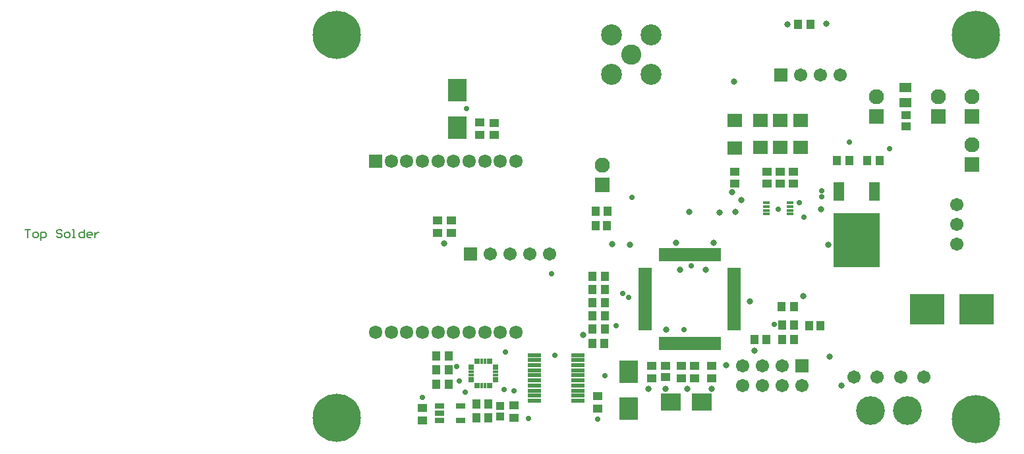
<source format=gts>
G04*
G04 #@! TF.GenerationSoftware,Altium Limited,Altium Designer,18.1.9 (240)*
G04*
G04 Layer_Color=8388736*
%FSLAX25Y25*%
%MOIN*%
G70*
G01*
G75*
%ADD12C,0.00700*%
%ADD37R,0.05524X0.09461*%
%ADD38R,0.23635X0.27178*%
%ADD39R,0.05131X0.03162*%
%ADD40R,0.03950X0.04540*%
%ADD41R,0.01587X0.03162*%
%ADD42R,0.03162X0.01587*%
%ADD43R,0.07099X0.01981*%
%ADD44R,0.10249X0.08674*%
%ADD45R,0.06509X0.01981*%
%ADD46R,0.01981X0.06509*%
%ADD47R,0.07690X0.06706*%
%ADD48R,0.05918X0.05131*%
%ADD49R,0.04147X0.03950*%
%ADD50R,0.04343X0.04540*%
%ADD51R,0.03353X0.01384*%
%ADD52R,0.17493X0.15800*%
%ADD53R,0.09461X0.11824*%
%ADD54R,0.04540X0.04343*%
%ADD55R,0.04540X0.03950*%
%ADD56C,0.06784*%
%ADD57R,0.06784X0.06784*%
%ADD58C,0.10249*%
%ADD59C,0.10642*%
%ADD60C,0.06706*%
%ADD61R,0.06706X0.06706*%
%ADD62R,0.07690X0.07690*%
%ADD63C,0.07690*%
%ADD64C,0.14580*%
%ADD65C,0.24422*%
%ADD66C,0.02800*%
%ADD67C,0.03300*%
D12*
X-143131Y109947D02*
X-140465D01*
X-141798D01*
Y105949D01*
X-138466D02*
X-137133D01*
X-136467Y106615D01*
Y107948D01*
X-137133Y108615D01*
X-138466D01*
X-139132Y107948D01*
Y106615D01*
X-138466Y105949D01*
X-135134Y104616D02*
Y108615D01*
X-133134D01*
X-132468Y107948D01*
Y106615D01*
X-133134Y105949D01*
X-135134D01*
X-124471Y109281D02*
X-125137Y109947D01*
X-126470D01*
X-127136Y109281D01*
Y108615D01*
X-126470Y107948D01*
X-125137D01*
X-124471Y107282D01*
Y106615D01*
X-125137Y105949D01*
X-126470D01*
X-127136Y106615D01*
X-122471Y105949D02*
X-121138D01*
X-120472Y106615D01*
Y107948D01*
X-121138Y108615D01*
X-122471D01*
X-123138Y107948D01*
Y106615D01*
X-122471Y105949D01*
X-119139D02*
X-117806D01*
X-118473D01*
Y109947D01*
X-119139D01*
X-113141D02*
Y105949D01*
X-115140D01*
X-115807Y106615D01*
Y107948D01*
X-115140Y108615D01*
X-113141D01*
X-109809Y105949D02*
X-111142D01*
X-111808Y106615D01*
Y107948D01*
X-111142Y108615D01*
X-109809D01*
X-109142Y107948D01*
Y107282D01*
X-111808D01*
X-107809Y108615D02*
Y105949D01*
Y107282D01*
X-107143Y107948D01*
X-106476Y108615D01*
X-105810D01*
D37*
X286516Y129232D02*
D03*
X268406D02*
D03*
D38*
X277461Y104429D02*
D03*
D39*
X77264Y20669D02*
D03*
Y13189D02*
D03*
X66634D02*
D03*
Y16929D02*
D03*
Y20669D02*
D03*
D40*
X85138Y21358D02*
D03*
X91043D02*
D03*
X151378Y119095D02*
D03*
X145472D02*
D03*
X245768Y61417D02*
D03*
X239862D02*
D03*
X253346Y61319D02*
D03*
X259252D02*
D03*
X239862Y54035D02*
D03*
X245768D02*
D03*
X151279Y112008D02*
D03*
X145374D02*
D03*
X231791Y54232D02*
D03*
X225886D02*
D03*
X149705Y52264D02*
D03*
X143799D02*
D03*
D41*
X92618Y43110D02*
D03*
X91043D02*
D03*
X89468D02*
D03*
X87894D02*
D03*
X86319D02*
D03*
X84744D02*
D03*
Y30906D02*
D03*
X86319D02*
D03*
X87894D02*
D03*
X89468D02*
D03*
X91043D02*
D03*
X92618D02*
D03*
D42*
X82579Y40945D02*
D03*
Y39370D02*
D03*
Y37795D02*
D03*
Y36220D02*
D03*
Y34646D02*
D03*
Y33071D02*
D03*
X94784D02*
D03*
Y34646D02*
D03*
Y36220D02*
D03*
Y37795D02*
D03*
Y39370D02*
D03*
Y40945D02*
D03*
D43*
X114469Y46260D02*
D03*
Y43701D02*
D03*
Y41142D02*
D03*
Y38583D02*
D03*
Y36024D02*
D03*
Y33465D02*
D03*
Y30906D02*
D03*
Y28346D02*
D03*
Y25787D02*
D03*
Y23228D02*
D03*
X136516Y46260D02*
D03*
Y43701D02*
D03*
Y41142D02*
D03*
Y38583D02*
D03*
Y36024D02*
D03*
Y33465D02*
D03*
Y30906D02*
D03*
Y28346D02*
D03*
Y25787D02*
D03*
Y23228D02*
D03*
D44*
X199311Y22441D02*
D03*
X183563D02*
D03*
D45*
X215650Y89370D02*
D03*
Y87402D02*
D03*
Y85433D02*
D03*
Y83465D02*
D03*
Y81496D02*
D03*
Y79528D02*
D03*
Y77559D02*
D03*
Y75590D02*
D03*
Y73622D02*
D03*
Y71653D02*
D03*
Y69685D02*
D03*
Y67716D02*
D03*
Y65748D02*
D03*
Y63779D02*
D03*
Y61811D02*
D03*
Y59842D02*
D03*
X170571D02*
D03*
Y61811D02*
D03*
Y63779D02*
D03*
Y65748D02*
D03*
Y67716D02*
D03*
Y69685D02*
D03*
Y71653D02*
D03*
Y73622D02*
D03*
Y75590D02*
D03*
Y77559D02*
D03*
Y79528D02*
D03*
Y81496D02*
D03*
Y83465D02*
D03*
Y85433D02*
D03*
Y87402D02*
D03*
Y89370D02*
D03*
D46*
X207874Y52067D02*
D03*
X205906D02*
D03*
X203937D02*
D03*
X201969D02*
D03*
X200000D02*
D03*
X198031D02*
D03*
X196063D02*
D03*
X194095D02*
D03*
X192126D02*
D03*
X190157D02*
D03*
X188189D02*
D03*
X186221D02*
D03*
X184252D02*
D03*
X182283D02*
D03*
X180315D02*
D03*
X178347D02*
D03*
Y97146D02*
D03*
X180315D02*
D03*
X182283D02*
D03*
X184252D02*
D03*
X186221D02*
D03*
X188189D02*
D03*
X190157D02*
D03*
X192126D02*
D03*
X194095D02*
D03*
X196063D02*
D03*
X198031D02*
D03*
X200000D02*
D03*
X201969D02*
D03*
X203937D02*
D03*
X205906D02*
D03*
X207874D02*
D03*
D47*
X215846Y165059D02*
D03*
Y151279D02*
D03*
X238779Y151378D02*
D03*
Y165157D02*
D03*
X249016Y151378D02*
D03*
Y165157D02*
D03*
X228937Y151378D02*
D03*
Y165157D02*
D03*
D48*
X302264Y181988D02*
D03*
Y174114D02*
D03*
D49*
X97342Y20374D02*
D03*
Y15059D02*
D03*
D50*
X64862Y38780D02*
D03*
X71161D02*
D03*
X247835Y213976D02*
D03*
X254134D02*
D03*
X289075Y144882D02*
D03*
X282776D02*
D03*
X273917D02*
D03*
X267618D02*
D03*
X143799Y59547D02*
D03*
X150098D02*
D03*
X245768Y70965D02*
D03*
X239469D02*
D03*
X143799Y79429D02*
D03*
X150098D02*
D03*
X143799Y66240D02*
D03*
X150098D02*
D03*
X143799Y72933D02*
D03*
X150098D02*
D03*
X143799Y86122D02*
D03*
X150098D02*
D03*
X71063Y45965D02*
D03*
X64764D02*
D03*
X64961Y31594D02*
D03*
X71260D02*
D03*
X85039Y14665D02*
D03*
X91339D02*
D03*
D51*
X243996Y117717D02*
D03*
Y119685D02*
D03*
Y121654D02*
D03*
Y123622D02*
D03*
X231791Y117717D02*
D03*
Y119685D02*
D03*
Y121654D02*
D03*
Y123622D02*
D03*
D52*
X313110Y69685D02*
D03*
X338189D02*
D03*
D53*
X162205Y19094D02*
D03*
Y37992D02*
D03*
X75492Y161614D02*
D03*
Y180512D02*
D03*
D54*
X65453Y108268D02*
D03*
Y114567D02*
D03*
X72539Y108169D02*
D03*
Y114469D02*
D03*
X87008Y164265D02*
D03*
Y157966D02*
D03*
X188779Y34646D02*
D03*
Y40945D02*
D03*
X195374Y34646D02*
D03*
Y40945D02*
D03*
X204035Y34646D02*
D03*
Y40945D02*
D03*
X173917Y34646D02*
D03*
Y40945D02*
D03*
X57776Y13189D02*
D03*
Y19488D02*
D03*
X146358Y19291D02*
D03*
Y25591D02*
D03*
X104134Y14469D02*
D03*
Y20768D02*
D03*
D55*
X94193Y157972D02*
D03*
Y163878D02*
D03*
X238878Y139173D02*
D03*
Y133268D02*
D03*
X245571Y139173D02*
D03*
Y133268D02*
D03*
X232087Y139173D02*
D03*
Y133268D02*
D03*
X180709Y40945D02*
D03*
Y35039D02*
D03*
X215748Y133268D02*
D03*
Y139173D02*
D03*
X302362Y162106D02*
D03*
Y168012D02*
D03*
D56*
X105118Y57973D02*
D03*
X97244D02*
D03*
X89370D02*
D03*
X81496D02*
D03*
X73622D02*
D03*
X65748D02*
D03*
X57874D02*
D03*
X50000D02*
D03*
X42126D02*
D03*
X34252D02*
D03*
X105118Y144587D02*
D03*
X97244D02*
D03*
X89370D02*
D03*
X81496D02*
D03*
X73622D02*
D03*
X65748D02*
D03*
X57874D02*
D03*
X50000D02*
D03*
X42126D02*
D03*
D57*
X34252D02*
D03*
D58*
X163480Y198626D02*
D03*
D59*
X173622Y188484D02*
D03*
Y208484D02*
D03*
X153622Y188484D02*
D03*
Y208484D02*
D03*
D60*
X328248Y122362D02*
D03*
Y112362D02*
D03*
Y102362D02*
D03*
X219921Y30906D02*
D03*
Y40905D02*
D03*
X229921Y30906D02*
D03*
Y40905D02*
D03*
X239921Y30906D02*
D03*
Y40905D02*
D03*
X249921Y30906D02*
D03*
X92264Y97441D02*
D03*
X102264D02*
D03*
X112264D02*
D03*
X122264D02*
D03*
X269252Y188091D02*
D03*
X259252D02*
D03*
X249252D02*
D03*
X311575Y35315D02*
D03*
X299764D02*
D03*
X287953D02*
D03*
X276142D02*
D03*
D61*
X249921Y40905D02*
D03*
X82264Y97441D02*
D03*
X239252Y188091D02*
D03*
D62*
X148819Y132618D02*
D03*
X335827Y142756D02*
D03*
X318898Y167323D02*
D03*
X287598D02*
D03*
X335892D02*
D03*
D63*
X148819Y142618D02*
D03*
X335827Y152756D02*
D03*
X318898Y177323D02*
D03*
X287598D02*
D03*
X335892D02*
D03*
D64*
X303150Y18307D02*
D03*
X284646D02*
D03*
D65*
X14370Y208563D02*
D03*
Y14469D02*
D03*
X337795Y13878D02*
D03*
Y208563D02*
D03*
D66*
X75197Y40650D02*
D03*
X146555Y13878D02*
D03*
X104331Y28346D02*
D03*
X79429Y27657D02*
D03*
X99803Y47736D02*
D03*
X294193Y150886D02*
D03*
X124803Y46161D02*
D03*
X111516Y14173D02*
D03*
X99213Y28839D02*
D03*
X76378Y33169D02*
D03*
X57874Y25000D02*
D03*
X159252Y77559D02*
D03*
X162205Y75590D02*
D03*
X150197Y35728D02*
D03*
X156004Y61122D02*
D03*
X123031Y87598D02*
D03*
X273721Y154035D02*
D03*
X80315Y171260D02*
D03*
X235728Y61910D02*
D03*
X193898Y91437D02*
D03*
X237795Y120177D02*
D03*
X250886Y116339D02*
D03*
X259941Y126476D02*
D03*
Y129626D02*
D03*
X190256Y59252D02*
D03*
X163976Y126181D02*
D03*
X248524Y123425D02*
D03*
D67*
X269685Y30807D02*
D03*
X263090Y102067D02*
D03*
X139075Y56398D02*
D03*
X250492Y76083D02*
D03*
X223622Y73425D02*
D03*
X205118Y103248D02*
D03*
X186221Y103347D02*
D03*
X181102Y59350D02*
D03*
X153740Y102461D02*
D03*
X162894Y102264D02*
D03*
X201279Y89370D02*
D03*
X242618Y213878D02*
D03*
X262205Y214075D02*
D03*
X216339Y118701D02*
D03*
X219094Y124902D02*
D03*
X208268Y118405D02*
D03*
X214665Y128937D02*
D03*
X215650Y184744D02*
D03*
X192815Y118898D02*
D03*
X188091Y89370D02*
D03*
X68898Y102756D02*
D03*
X211417Y41043D02*
D03*
X225787Y48524D02*
D03*
X204134Y29232D02*
D03*
X172146D02*
D03*
X180709D02*
D03*
X191831D02*
D03*
X263681Y45472D02*
D03*
X259350Y120177D02*
D03*
M02*

</source>
